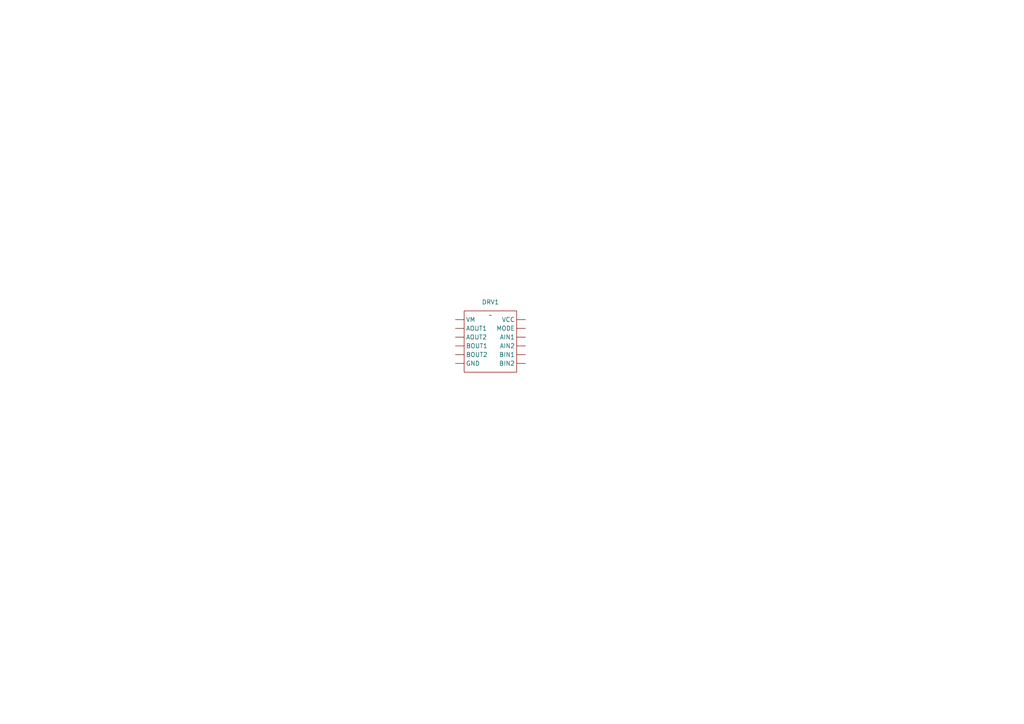
<source format=kicad_sch>
(kicad_sch (version 20230121) (generator eeschema)
  (paper "A4")
  (lib_symbols
    (symbol "WOBCLibrary:DRV8835"
      (property "Reference" "DRV8835" (at 0 0 0))
      (symbol "DRV8835_0_1"
        (rectangle (start -7.62 1.27) (end 7.62 -16.51))
      )
      (symbol "DRV8835_1_1"
        (pin input line (at 10.16 -6.35 180) (length 2.54) (name "AIN1") (number ""))
        (pin input line (at 10.16 -8.89 180) (length 2.54) (name "AIN2") (number ""))
        (pin output line (at -10.16 -3.81 0) (length 2.54) (name "AOUT1") (number ""))
        (pin output line (at -10.16 -6.35 0) (length 2.54) (name "AOUT2") (number ""))
        (pin input line (at 10.16 -11.43 180) (length 2.54) (name "BIN1") (number ""))
        (pin input line (at 10.16 -13.97 180) (length 2.54) (name "BIN2") (number ""))
        (pin output line (at -10.16 -8.89 0) (length 2.54) (name "BOUT1") (number ""))
        (pin output line (at -10.16 -11.43 0) (length 2.54) (name "BOUT2") (number ""))
        (pin passive line (at -10.16 -13.97 0) (length 2.54) (name "GND") (number ""))
        (pin input line (at 10.16 -3.81 180) (length 2.54) (name "MODE") (number ""))
        (pin input line (at 10.16 -1.27 180) (length 2.54) (name "VCC") (number ""))
        (pin input line (at -10.16 -1.27 0) (length 2.54) (name "VM") (number ""))
      )
    )
  )
  (symbol (lib_id "WOBCLibrary:DRV8835") (at 142.24 91.44 0) (unit 1)
    (property "Reference" "DRV1" (at 142.24 87.63 0))
    (property "Value" "~" (at 142.24 91.44 0))
  )
)
</source>
